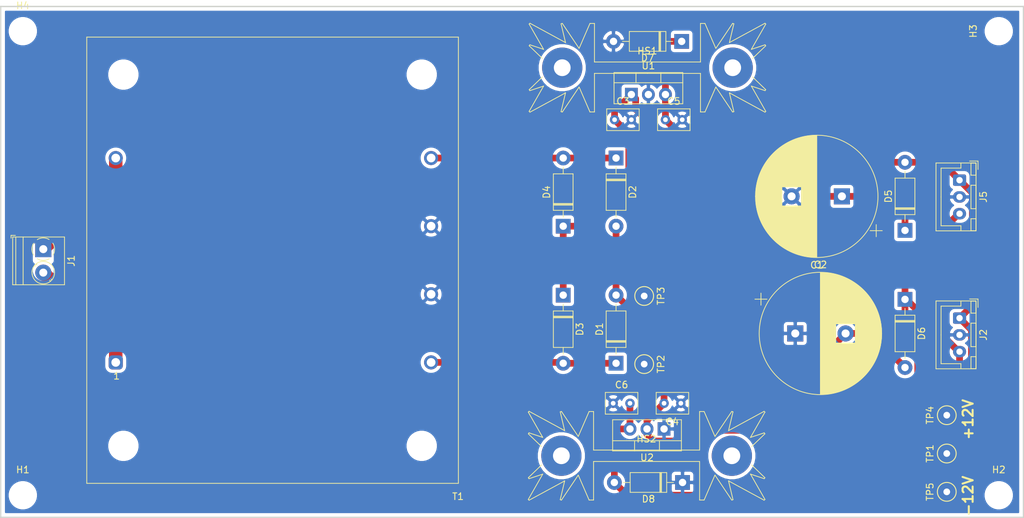
<source format=kicad_pcb>
(kicad_pcb (version 20171130) (host pcbnew 5.1.4-e60b266~84~ubuntu19.04.1)
  (layers (0 F.Cu signal) (31 B.Cu signal) (34 B.Paste user) (35 F.Paste user) (36 B.SilkS user) (37 F.SilkS user) (38 B.Mask user) (39 F.Mask user) (44 Edge.Cuts user))
  (net 0 "")
  (net 1 GND)
  (net 2 +12V)
  (net 3 -12V)
  (net 4 "Net-(D1-Pad1)")
  (net 5 "Net-(D2-Pad1)")
  (net 6 "Net-(J1-Pad1)")
  (net 7 "Net-(J1-Pad2)")
  (net 8 /+12V_VI)
  (net 9 /-12V_VI)
  (module TestPoint:TestPoint_Keystone_5000-5004_Miniature (layer F.Cu) (at 212.852001 135.254999 90)
    (fp_text reference TP5 (at 0 -2.5 90) (layer F.SilkS))
    (fp_text value TestPoint)
    (pad 1 thru_hole circle (at 0 0 90) (size 2 2) (drill 1) (layers *.Cu *.Mask) (net 3 -12V))
  )
  (module TestPoint:TestPoint_Keystone_5000-5004_Miniature (layer F.Cu) (at 212.852001 123.824999 90)
    (fp_text reference TP4 (at 0 -2.5 90) (layer F.SilkS))
    (fp_text value TestPoint)
    (pad 1 thru_hole circle (at 0 0 90) (size 2 2) (drill 1) (layers *.Cu *.Mask) (net 2 +12V))
  )
  (module TestPoint:TestPoint_Keystone_5000-5004_Miniature (layer F.Cu) (at 167.767001 106.044999 270)
    (fp_text reference TP3 (at 0 -2.5 90) (layer F.SilkS))
    (fp_text value TestPoint)
    (pad 1 thru_hole circle (at 0 0 270) (size 2 2) (drill 1) (layers *.Cu *.Mask) (net 9 /-12V_VI))
  )
  (module TestPoint:TestPoint_Keystone_5000-5004_Miniature (layer F.Cu) (at 167.767001 116.204999 270)
    (fp_text reference TP2 (at 0 -2.5 90) (layer F.SilkS))
    (fp_text value TestPoint)
    (pad 1 thru_hole circle (at 0 0 270) (size 2 2) (drill 1) (layers *.Cu *.Mask) (net 4 "Net-(D1-Pad1)"))
  )
  (module TestPoint:TestPoint_Keystone_5000-5004_Miniature (layer F.Cu) (at 212.852001 129.539999 90)
    (fp_text reference TP1 (at 0 -2.5 90) (layer F.SilkS))
    (fp_text value TestPoint)
    (pad 1 thru_hole circle (at 0 0 90) (size 2 2) (drill 1) (layers *.Cu *.Mask) (net 1 GND))
  )
  (module TerminalBlock_Phoenix:TerminalBlock_Phoenix_PT-1,5-2-3.5-H_1x02_P3.50mm_Horizontal (layer F.Cu) (at 78.232 99.059999 270)
    (fp_text reference J1 (at 1.75 -4.16 90) (layer F.SilkS))
    (fp_text value Screw_Terminal_01x02)
    (pad 2 thru_hole circle (at 3.5 0 270) (size 2.4 2.4) (drill 1.2) (layers *.Cu *.Mask) (net 7 "Net-(J1-Pad2)"))
    (pad 1 thru_hole rect (at 0 0 270) (size 2.4 2.4) (drill 1.2) (layers *.Cu *.Mask) (net 6 "Net-(J1-Pad1)"))
  )
  (module Connector_JST:JST_XH_B3B-XH-A_1x03_P2.50mm_Vertical (layer F.Cu) (at 214.757 109.347 270)
    (fp_text reference J2 (at 2.5 -3.55 90) (layer F.SilkS))
    (fp_text value Conn_01x03)
    (pad 3 thru_hole oval (at 5 0 270) (size 1.7 1.95) (drill 0.95) (layers *.Cu *.Mask) (net 3 -12V))
    (pad 2 thru_hole oval (at 2.5 0 270) (size 1.7 1.95) (drill 0.95) (layers *.Cu *.Mask) (net 1 GND))
    (pad 1 thru_hole roundrect (at 0 0 270) (size 1.7 1.95) (drill 0.95) (layers *.Cu *.Mask) (roundrect_rratio 0.147059) (net 2 +12V))
  )
  (module MountingHole:MountingHole_3.2mm_M3_DIN965 (layer F.Cu) (at 75.184 66.548)
    (fp_text reference H4 (at 0 -3.8) (layer F.SilkS))
    (fp_text value MountingHole)
    (pad 1 np_thru_hole circle (at 0 0) (size 3.2 3.2) (drill 3.2) (layers *.Cu *.Mask))
  )
  (module MountingHole:MountingHole_3.2mm_M3_DIN965 (layer F.Cu) (at 220.599 66.548 90)
    (fp_text reference H3 (at 0 -3.8 90) (layer F.SilkS))
    (fp_text value MountingHole)
    (pad 1 np_thru_hole circle (at 0 0 90) (size 3.2 3.2) (drill 3.2) (layers *.Cu *.Mask))
  )
  (module MountingHole:MountingHole_3.2mm_M3_DIN965 (layer F.Cu) (at 220.599 135.763)
    (fp_text reference H2 (at 0 -3.8) (layer F.SilkS))
    (fp_text value MountingHole)
    (pad 1 np_thru_hole circle (at 0 0) (size 3.2 3.2) (drill 3.2) (layers *.Cu *.Mask))
  )
  (module MountingHole:MountingHole_3.2mm_M3_DIN965 (layer F.Cu) (at 75.184 135.763)
    (fp_text reference H1 (at 0 -3.8) (layer F.SilkS))
    (fp_text value MountingHole)
    (pad 1 np_thru_hole circle (at 0 0) (size 3.2 3.2) (drill 3.2) (layers *.Cu *.Mask))
  )
  (module passive_devices:TRANSFORMER_Signal_ST-7-24 (layer F.Cu) (at 89.027 115.951)
    (fp_text reference T1 (at 51 20) (layer F.SilkS))
    (fp_text value Transformer_1P_2S_PCB)
    (fp_text user 1 (at 0.127 2.032) (layer F.SilkS))
    (pad "" np_thru_hole circle (at 1.143 -42.926) (size 3.5 3.5) (drill 3.5) (layers *.Cu *.Mask))
    (pad "" np_thru_hole circle (at 45.593 -42.926) (size 3.5 3.5) (drill 3.5) (layers *.Cu *.Mask))
    (pad "" np_thru_hole circle (at 45.593 12.446) (size 3.5 3.5) (drill 3.5) (layers *.Cu *.Mask))
    (pad "" np_thru_hole circle (at 1.143 12.446) (size 3.5 3.5) (drill 3.5) (layers *.Cu *.Mask))
    (pad 5 thru_hole circle (at 46.99 0) (size 2.1 2.1) (drill 1.3) (layers *.Cu *.Mask) (net 4 "Net-(D1-Pad1)"))
    (pad 6 thru_hole circle (at 46.99 -10.16) (size 2.1 2.1) (drill 1.3) (layers *.Cu *.Mask) (net 1 GND))
    (pad 7 thru_hole circle (at 46.99 -20.32) (size 2.1 2.1) (drill 1.3) (layers *.Cu *.Mask) (net 1 GND))
    (pad 8 thru_hole circle (at 46.99 -30.48) (size 2.1 2.1) (drill 1.3) (layers *.Cu *.Mask) (net 5 "Net-(D2-Pad1)"))
    (pad 4 thru_hole circle (at 0 -30.48) (size 2.1 2.1) (drill 1.3) (layers *.Cu *.Mask) (net 6 "Net-(J1-Pad1)"))
    (pad 1 thru_hole roundrect (at 0 0) (size 2.1 2.1) (drill 1.3) (layers *.Cu *.Mask) (net 7 "Net-(J1-Pad2)"))
  )
  (module Package_TO_SOT_THT:TO-220-3_Vertical (layer F.Cu) (at 170.728 125.875 180)
    (fp_text reference U2 (at 2.54 -4.27) (layer F.SilkS))
    (fp_text value LM7912_TO220)
    (pad 3 thru_hole oval (at 5.08 0 180) (size 1.905 2) (drill 1.1) (layers *.Cu *.Mask) (net 3 -12V))
    (pad 2 thru_hole oval (at 2.54 0 180) (size 1.905 2) (drill 1.1) (layers *.Cu *.Mask) (net 9 /-12V_VI))
    (pad 1 thru_hole rect (at 0 0 180) (size 1.905 2) (drill 1.1) (layers *.Cu *.Mask) (net 1 GND))
  )
  (module Package_TO_SOT_THT:TO-220-3_Vertical (layer F.Cu) (at 165.855 75.998)
    (fp_text reference U1 (at 2.54 -4.27) (layer F.SilkS))
    (fp_text value LM7812_TO220)
    (pad 3 thru_hole oval (at 5.08 0) (size 1.905 2) (drill 1.1) (layers *.Cu *.Mask) (net 2 +12V))
    (pad 2 thru_hole oval (at 2.54 0) (size 1.905 2) (drill 1.1) (layers *.Cu *.Mask) (net 1 GND))
    (pad 1 thru_hole rect (at 0 0) (size 1.905 2) (drill 1.1) (layers *.Cu *.Mask) (net 8 /+12V_VI))
  )
  (module Diode_THT:D_DO-41_SOD81_P10.16mm_Horizontal (layer F.Cu) (at 206.629 96.266 90)
    (fp_text reference D5 (at 5.08 -2.47 90) (layer F.SilkS))
    (fp_text value 1N4002)
    (pad 2 thru_hole oval (at 10.16 0 90) (size 2.2 2.2) (drill 1.1) (layers *.Cu *.Mask) (net 2 +12V))
    (pad 1 thru_hole rect (at 0 0 90) (size 2.2 2.2) (drill 1.1) (layers *.Cu *.Mask) (net 8 /+12V_VI))
  )
  (module Diode_THT:D_DO-41_SOD81_P10.16mm_Horizontal (layer F.Cu) (at 155.702 95.631 90)
    (fp_text reference D4 (at 5.08 -2.47 90) (layer F.SilkS))
    (fp_text value 1N4002)
    (pad 2 thru_hole oval (at 10.16 0 90) (size 2.2 2.2) (drill 1.1) (layers *.Cu *.Mask) (net 5 "Net-(D2-Pad1)"))
    (pad 1 thru_hole rect (at 0 0 90) (size 2.2 2.2) (drill 1.1) (layers *.Cu *.Mask) (net 8 /+12V_VI))
  )
  (module Diode_THT:D_DO-41_SOD81_P10.16mm_Horizontal (layer F.Cu) (at 155.702 105.918 270)
    (fp_text reference D3 (at 5.08 -2.47 90) (layer F.SilkS))
    (fp_text value 1N4002)
    (pad 2 thru_hole oval (at 10.16 0 270) (size 2.2 2.2) (drill 1.1) (layers *.Cu *.Mask) (net 4 "Net-(D1-Pad1)"))
    (pad 1 thru_hole rect (at 0 0 270) (size 2.2 2.2) (drill 1.1) (layers *.Cu *.Mask) (net 8 /+12V_VI))
  )
  (module Diode_THT:D_DO-41_SOD81_P10.16mm_Horizontal (layer F.Cu) (at 163.576 85.471 270)
    (fp_text reference D2 (at 5.08 -2.47 90) (layer F.SilkS))
    (fp_text value 1N4002)
    (pad 2 thru_hole oval (at 10.16 0 270) (size 2.2 2.2) (drill 1.1) (layers *.Cu *.Mask) (net 9 /-12V_VI))
    (pad 1 thru_hole rect (at 0 0 270) (size 2.2 2.2) (drill 1.1) (layers *.Cu *.Mask) (net 5 "Net-(D2-Pad1)"))
  )
  (module Diode_THT:D_DO-41_SOD81_P10.16mm_Horizontal (layer F.Cu) (at 163.576 116.078 90)
    (fp_text reference D1 (at 5.08 -2.47 90) (layer F.SilkS))
    (fp_text value 1N4002)
    (pad 2 thru_hole oval (at 10.16 0 90) (size 2.2 2.2) (drill 1.1) (layers *.Cu *.Mask) (net 9 /-12V_VI))
    (pad 1 thru_hole rect (at 0 0 90) (size 2.2 2.2) (drill 1.1) (layers *.Cu *.Mask) (net 4 "Net-(D1-Pad1)"))
  )
  (module Capacitor_THT:C_Rect_L4.6mm_W3.0mm_P2.50mm_MKS02_FKP02 (layer F.Cu) (at 163.148 122.047)
    (fp_text reference C6 (at 1.25 -2.75) (layer F.SilkS))
    (fp_text value 1u)
    (pad 2 thru_hole circle (at 2.5 0) (size 1.4 1.4) (drill 0.7) (layers *.Cu *.Mask) (net 3 -12V))
    (pad 1 thru_hole circle (at 0 0) (size 1.4 1.4) (drill 0.7) (layers *.Cu *.Mask) (net 1 GND))
  )
  (module Capacitor_THT:C_Rect_L4.6mm_W3.0mm_P2.50mm_MKS02_FKP02 (layer F.Cu) (at 170.935 79.756)
    (fp_text reference C5 (at 1.25 -2.75) (layer F.SilkS))
    (fp_text value 1u)
    (pad 2 thru_hole circle (at 2.5 0) (size 1.4 1.4) (drill 0.7) (layers *.Cu *.Mask) (net 1 GND))
    (pad 1 thru_hole circle (at 0 0) (size 1.4 1.4) (drill 0.7) (layers *.Cu *.Mask) (net 2 +12V))
  )
  (module Capacitor_THT:C_Rect_L4.6mm_W3.0mm_P2.50mm_MKS02_FKP02 (layer F.Cu) (at 173.228 122.047 180)
    (fp_text reference C4 (at 1.25 -2.75) (layer F.SilkS))
    (fp_text value 2.2u)
    (pad 2 thru_hole circle (at 2.5 0 180) (size 1.4 1.4) (drill 0.7) (layers *.Cu *.Mask) (net 9 /-12V_VI))
    (pad 1 thru_hole circle (at 0 0 180) (size 1.4 1.4) (drill 0.7) (layers *.Cu *.Mask) (net 1 GND))
  )
  (module Capacitor_THT:C_Rect_L4.6mm_W3.0mm_P2.50mm_MKS02_FKP02 (layer F.Cu) (at 163.355 79.756)
    (fp_text reference C3 (at 1.25 -2.75) (layer F.SilkS))
    (fp_text value 2.2u)
    (pad 2 thru_hole circle (at 2.5 0) (size 1.4 1.4) (drill 0.7) (layers *.Cu *.Mask) (net 1 GND))
    (pad 1 thru_hole circle (at 0 0) (size 1.4 1.4) (drill 0.7) (layers *.Cu *.Mask) (net 8 /+12V_VI))
  )
  (module Capacitor_THT:CP_Radial_D18.0mm_P7.50mm (layer F.Cu) (at 190.27544 111.633)
    (fp_text reference C2 (at 3.75 -10.25) (layer F.SilkS))
    (fp_text value 1000u)
    (pad 2 thru_hole circle (at 7.5 0) (size 2.4 2.4) (drill 1.2) (layers *.Cu *.Mask) (net 9 /-12V_VI))
    (pad 1 thru_hole rect (at 0 0) (size 2.4 2.4) (drill 1.2) (layers *.Cu *.Mask) (net 1 GND))
  )
  (module Capacitor_THT:CP_Radial_D18.0mm_P7.50mm (layer F.Cu) (at 197.231 91.186 180)
    (fp_text reference C1 (at 3.75 -10.25) (layer F.SilkS))
    (fp_text value 1000u)
    (pad 2 thru_hole circle (at 7.5 0 180) (size 2.4 2.4) (drill 1.2) (layers *.Cu *.Mask) (net 1 GND))
    (pad 1 thru_hole rect (at 0 0 180) (size 2.4 2.4) (drill 1.2) (layers *.Cu *.Mask) (net 8 /+12V_VI))
  )
  (module Connector_JST:JST_XH_B3B-XH-A_1x03_P2.50mm_Vertical (layer F.Cu) (at 214.757 88.773 270)
    (fp_text reference J5 (at 2.5 -3.55 90) (layer F.SilkS))
    (fp_text value Conn_01x03)
    (pad 3 thru_hole oval (at 5 0 270) (size 1.7 1.95) (drill 0.95) (layers *.Cu *.Mask) (net 3 -12V))
    (pad 2 thru_hole oval (at 2.5 0 270) (size 1.7 1.95) (drill 0.95) (layers *.Cu *.Mask) (net 1 GND))
    (pad 1 thru_hole roundrect (at 0 0 270) (size 1.7 1.95) (drill 0.95) (layers *.Cu *.Mask) (roundrect_rratio 0.147059) (net 2 +12V))
  )
  (module Heatsink:Heatsink_Fischer_SK104-STC-STIC_35x13mm_2xDrill2.5mm (layer F.Cu) (at 168.128 129.875)
    (fp_text reference HS2 (at -0.025 -2.5) (layer F.SilkS))
    (fp_text value Heatsink)
    (pad 1 thru_hole circle (at -12.7 0 180) (size 6 6) (drill 2.5) (layers *.Cu *.Mask))
    (pad 1 thru_hole circle (at 12.7 0) (size 6 6) (drill 2.5) (layers *.Cu *.Mask))
  )
  (module Heatsink:Heatsink_Fischer_SK104-STC-STIC_35x13mm_2xDrill2.5mm (layer F.Cu) (at 168.255 71.998)
    (fp_text reference HS1 (at -0.025 -2.5) (layer F.SilkS))
    (fp_text value Heatsink)
    (pad 1 thru_hole circle (at -12.7 0 180) (size 6 6) (drill 2.5) (layers *.Cu *.Mask))
    (pad 1 thru_hole circle (at 12.7 0) (size 6 6) (drill 2.5) (layers *.Cu *.Mask))
  )
  (module Diode_THT:D_DO-41_SOD81_P10.16mm_Horizontal (layer F.Cu) (at 173.482 133.858 180)
    (fp_text reference D8 (at 5.08 -2.47) (layer F.SilkS))
    (fp_text value 1N4002)
    (pad 2 thru_hole oval (at 10.16 0 180) (size 2.2 2.2) (drill 1.1) (layers *.Cu *.Mask) (net 3 -12V))
    (pad 1 thru_hole rect (at 0 0 180) (size 2.2 2.2) (drill 1.1) (layers *.Cu *.Mask) (net 1 GND))
  )
  (module Diode_THT:D_DO-41_SOD81_P10.16mm_Horizontal (layer F.Cu) (at 173.355 68.072 180)
    (fp_text reference D7 (at 5.08 -2.47) (layer F.SilkS))
    (fp_text value 1N4002)
    (pad 2 thru_hole oval (at 10.16 0 180) (size 2.2 2.2) (drill 1.1) (layers *.Cu *.Mask) (net 1 GND))
    (pad 1 thru_hole rect (at 0 0 180) (size 2.2 2.2) (drill 1.1) (layers *.Cu *.Mask) (net 2 +12V))
  )
  (module Diode_THT:D_DO-41_SOD81_P10.16mm_Horizontal (layer F.Cu) (at 206.629 106.553 270)
    (fp_text reference D6 (at 5.08 -2.47 90) (layer F.SilkS))
    (fp_text value 1N4002)
    (pad 2 thru_hole oval (at 10.16 0 270) (size 2.2 2.2) (drill 1.1) (layers *.Cu *.Mask) (net 9 /-12V_VI))
    (pad 1 thru_hole rect (at 0 0 270) (size 2.2 2.2) (drill 1.1) (layers *.Cu *.Mask) (net 3 -12V))
  )
  (gr_text -12V (at 216.027001 135.889999 90) (layer F.SilkS) (effects (font (size 1.5 1.5) (thickness 0.3))))
  (gr_text "+12V\n" (at 216.027001 124.459999 90) (layer F.SilkS) (effects (font (size 1.5 1.5) (thickness 0.3))))
  (gr_line (start 71.882001 62.865) (end 224.282 62.865) (layer Edge.Cuts) (width 0.2))
  (gr_line (start 71.882001 139.064999) (end 71.882001 62.865) (layer Edge.Cuts) (width 0.2))
  (gr_line (start 224.282 139.064999) (end 71.882001 139.064999) (layer Edge.Cuts) (width 0.2))
  (gr_line (start 224.282 62.865) (end 224.282 139.064999) (layer Edge.Cuts) (width 0.2))
  (segment (start 171.255 68.072) (end 173.355 68.072) (width 1) (layer F.Cu) (net 2))
  (segment (start 170.935 68.392) (end 171.255 68.072) (width 1) (layer F.Cu) (net 2))
  (segment (start 170.935 75.998) (end 170.935 68.392) (width 1) (layer F.Cu) (net 2))
  (segment (start 170.935 75.998) (end 170.935 79.756) (width 1) (layer F.Cu) (net 2))
  (segment (start 216.662001 107.441999) (end 214.757 109.347) (width 1) (layer F.Cu) (net 2))
  (segment (start 216.662001 90.678001) (end 216.662001 107.441999) (width 1) (layer F.Cu) (net 2))
  (segment (start 214.757 88.773) (end 216.662001 90.678001) (width 1) (layer F.Cu) (net 2))
  (segment (start 177.285 86.106) (end 206.629 86.106) (width 1) (layer F.Cu) (net 2))
  (segment (start 170.935 79.756) (end 177.285 86.106) (width 1) (layer F.Cu) (net 2))
  (segment (start 212.09 86.106) (end 214.757 88.773) (width 1) (layer F.Cu) (net 2))
  (segment (start 206.629 86.106) (end 212.09 86.106) (width 1) (layer F.Cu) (net 2))
  (segment (start 216.53201 111.12201) (end 214.757 109.347) (width 1) (layer F.Cu) (net 2))
  (segment (start 216.53201 120.14499) (end 216.53201 111.12201) (width 1) (layer F.Cu) (net 2))
  (segment (start 212.852001 123.824999) (end 216.53201 120.14499) (width 1) (layer F.Cu) (net 2))
  (segment (start 163.6955 125.875) (end 165.648 125.875) (width 1) (layer F.Cu) (net 3))
  (segment (start 163.322 126.2485) (end 163.6955 125.875) (width 1) (layer F.Cu) (net 3))
  (segment (start 163.322 133.858) (end 163.322 126.2485) (width 1) (layer F.Cu) (net 3))
  (segment (start 165.648 122.047) (end 165.648 125.875) (width 1) (layer F.Cu) (net 3))
  (segment (start 206.838 106.553) (end 206.629 106.553) (width 1) (layer F.Cu) (net 3))
  (segment (start 214.632 114.347) (end 206.838 106.553) (width 1) (layer F.Cu) (net 3))
  (segment (start 214.757 114.347) (end 214.632 114.347) (width 1) (layer F.Cu) (net 3))
  (segment (start 214.632 93.773) (end 214.757 93.773) (width 1) (layer F.Cu) (net 3))
  (segment (start 206.629 101.776) (end 214.632 93.773) (width 1) (layer F.Cu) (net 3))
  (segment (start 206.629 106.553) (end 206.629 101.776) (width 1) (layer F.Cu) (net 3))
  (segment (start 165.222001 135.758001) (end 163.322 133.858) (width 1) (layer F.Cu) (net 3))
  (segment (start 199.013999 135.758001) (end 165.222001 135.758001) (width 1) (layer F.Cu) (net 3))
  (segment (start 208.529001 126.242999) (end 199.013999 135.758001) (width 1) (layer F.Cu) (net 3))
  (segment (start 208.529001 110.553001) (end 208.529001 126.242999) (width 1) (layer F.Cu) (net 3))
  (segment (start 206.629 108.653) (end 208.529001 110.553001) (width 1) (layer F.Cu) (net 3))
  (segment (start 206.629 106.553) (end 206.629 108.653) (width 1) (layer F.Cu) (net 3))
  (segment (start 211.852002 134.255) (end 212.852001 135.254999) (width 1) (layer F.Cu) (net 3))
  (segment (start 210.752 120.202) (end 210.752 133.154998) (width 1) (layer F.Cu) (net 3))
  (segment (start 210.752 133.154998) (end 211.852002 134.255) (width 1) (layer F.Cu) (net 3))
  (segment (start 214.757 116.197) (end 210.752 120.202) (width 1) (layer F.Cu) (net 3))
  (segment (start 214.757 114.347) (end 214.757 116.197) (width 1) (layer F.Cu) (net 3))
  (segment (start 155.575 115.951) (end 155.702 116.078) (width 1) (layer F.Cu) (net 4))
  (segment (start 136.017 115.951) (end 155.575 115.951) (width 1) (layer F.Cu) (net 4))
  (segment (start 155.702 116.078) (end 163.576 116.078) (width 1) (layer F.Cu) (net 4))
  (segment (start 136.017 85.471) (end 155.702 85.471) (width 1) (layer F.Cu) (net 5))
  (segment (start 155.702 85.471) (end 163.576 85.471) (width 1) (layer F.Cu) (net 5))
  (segment (start 89.027 88.264999) (end 78.232 99.059999) (width 2) (layer F.Cu) (net 6))
  (segment (start 89.027 85.471) (end 89.027 88.264999) (width 2) (layer F.Cu) (net 6))
  (segment (start 89.027 113.354999) (end 78.232 102.559999) (width 2) (layer F.Cu) (net 7))
  (segment (start 89.027 115.951) (end 89.027 113.354999) (width 2) (layer F.Cu) (net 7))
  (segment (start 155.702 95.631) (end 155.702 105.918) (width 1) (layer F.Cu) (net 8))
  (segment (start 165.476001 81.877001) (end 163.355 79.756) (width 1) (layer F.Cu) (net 8))
  (segment (start 157.802 95.631) (end 165.476001 87.956999) (width 1) (layer F.Cu) (net 8))
  (segment (start 165.476001 87.956999) (end 165.476001 81.877001) (width 1) (layer F.Cu) (net 8))
  (segment (start 155.702 95.631) (end 157.802 95.631) (width 1) (layer F.Cu) (net 8))
  (segment (start 163.355 78.498) (end 165.855 75.998) (width 1) (layer F.Cu) (net 8))
  (segment (start 163.355 79.756) (end 163.355 78.498) (width 1) (layer F.Cu) (net 8))
  (segment (start 203.649 91.186) (end 197.231 91.186) (width 1) (layer F.Cu) (net 8))
  (segment (start 206.629 94.166) (end 203.649 91.186) (width 1) (layer F.Cu) (net 8))
  (segment (start 206.629 96.266) (end 206.629 94.166) (width 1) (layer F.Cu) (net 8))
  (segment (start 166.497001 76.640001) (end 165.855 75.998) (width 1) (layer F.Cu) (net 8))
  (segment (start 195.031 91.186) (end 193.030999 89.185999) (width 1) (layer F.Cu) (net 8))
  (segment (start 197.231 91.186) (end 195.031 91.186) (width 1) (layer F.Cu) (net 8))
  (segment (start 193.030999 89.185999) (end 177.505001 89.185999) (width 1) (layer F.Cu) (net 8))
  (segment (start 177.505001 89.185999) (end 166.497001 78.177999) (width 1) (layer F.Cu) (net 8))
  (segment (start 166.497001 78.177999) (end 166.497001 76.640001) (width 1) (layer F.Cu) (net 8))
  (segment (start 163.576 95.631) (end 163.576 105.918) (width 1) (layer F.Cu) (net 9))
  (segment (start 168.188 124.587) (end 170.728 122.047) (width 1) (layer F.Cu) (net 9))
  (segment (start 168.188 125.875) (end 168.188 124.587) (width 1) (layer F.Cu) (net 9))
  (segment (start 170.728 113.07) (end 163.576 105.918) (width 1) (layer F.Cu) (net 9))
  (segment (start 170.728 122.047) (end 170.728 113.07) (width 1) (layer F.Cu) (net 9))
  (segment (start 201.549 111.633) (end 197.77544 111.633) (width 1) (layer F.Cu) (net 9))
  (segment (start 206.629 116.713) (end 201.549 111.633) (width 1) (layer F.Cu) (net 9))
  (segment (start 168.188 126.727502) (end 168.188 125.875) (width 1) (layer F.Cu) (net 9))
  (segment (start 172.320501 127.675001) (end 169.135499 127.675001) (width 1) (layer F.Cu) (net 9))
  (segment (start 169.135499 127.675001) (end 168.188 126.727502) (width 1) (layer F.Cu) (net 9))
  (segment (start 173.920503 126.074999) (end 172.320501 127.675001) (width 1) (layer F.Cu) (net 9))
  (segment (start 183.333441 126.074999) (end 173.920503 126.074999) (width 1) (layer F.Cu) (net 9))
  (segment (start 197.77544 111.633) (end 183.333441 126.074999) (width 1) (layer F.Cu) (net 9))
  (zone (net 1) (net_name GND) (layer B.Cu) (connect_pads (clearance 0.508)) (min_thickness 0.254) (fill yes (arc_segments 32) (thermal_gap 0.508) (thermal_bridge_width 0.508))
    (polygon (pts (xy 72.517001 138.429999) (xy 223.647001 138.429999) (xy 223.647001 63.499999) (xy 72.517001 63.499999)))
  )
)
</source>
